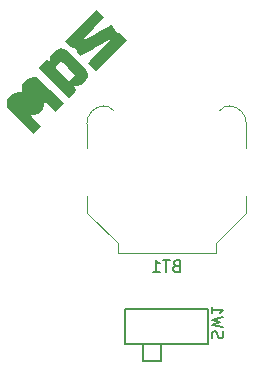
<source format=gbr>
%TF.GenerationSoftware,KiCad,Pcbnew,(6.0.2-0)*%
%TF.CreationDate,2022-04-12T20:56:32+02:00*%
%TF.ProjectId,Blinky,426c696e-6b79-42e6-9b69-6361645f7063,rev?*%
%TF.SameCoordinates,Original*%
%TF.FileFunction,Legend,Bot*%
%TF.FilePolarity,Positive*%
%FSLAX46Y46*%
G04 Gerber Fmt 4.6, Leading zero omitted, Abs format (unit mm)*
G04 Created by KiCad (PCBNEW (6.0.2-0)) date 2022-04-12 20:56:32*
%MOMM*%
%LPD*%
G01*
G04 APERTURE LIST*
%ADD10C,0.150000*%
%ADD11C,0.152400*%
%ADD12C,0.120000*%
G04 APERTURE END LIST*
D10*
%TO.C,SW1*%
X196905238Y-68055334D02*
X196857619Y-67912477D01*
X196857619Y-67674381D01*
X196905238Y-67579143D01*
X196952857Y-67531524D01*
X197048095Y-67483905D01*
X197143333Y-67483905D01*
X197238571Y-67531524D01*
X197286190Y-67579143D01*
X197333809Y-67674381D01*
X197381428Y-67864858D01*
X197429047Y-67960096D01*
X197476666Y-68007715D01*
X197571904Y-68055334D01*
X197667142Y-68055334D01*
X197762380Y-68007715D01*
X197810000Y-67960096D01*
X197857619Y-67864858D01*
X197857619Y-67626762D01*
X197810000Y-67483905D01*
X197857619Y-67150572D02*
X196857619Y-66912477D01*
X197571904Y-66722001D01*
X196857619Y-66531524D01*
X197857619Y-66293429D01*
X196857619Y-65388667D02*
X196857619Y-65960096D01*
X196857619Y-65674381D02*
X197857619Y-65674381D01*
X197714761Y-65769620D01*
X197619523Y-65864858D01*
X197571904Y-65960096D01*
%TO.C,BT1*%
X193835714Y-61918571D02*
X193692857Y-61966190D01*
X193645238Y-62013809D01*
X193597619Y-62109047D01*
X193597619Y-62251904D01*
X193645238Y-62347142D01*
X193692857Y-62394761D01*
X193788095Y-62442380D01*
X194169047Y-62442380D01*
X194169047Y-61442380D01*
X193835714Y-61442380D01*
X193740476Y-61490000D01*
X193692857Y-61537619D01*
X193645238Y-61632857D01*
X193645238Y-61728095D01*
X193692857Y-61823333D01*
X193740476Y-61870952D01*
X193835714Y-61918571D01*
X194169047Y-61918571D01*
X193311904Y-61442380D02*
X192740476Y-61442380D01*
X193026190Y-62442380D02*
X193026190Y-61442380D01*
X191883333Y-62442380D02*
X192454761Y-62442380D01*
X192169047Y-62442380D02*
X192169047Y-61442380D01*
X192264285Y-61585238D01*
X192359523Y-61680476D01*
X192454761Y-61728095D01*
D11*
%TO.C,SW1*%
X189549999Y-65616401D02*
X196550001Y-65616401D01*
X196550001Y-65616401D02*
X196550001Y-68516401D01*
X196550001Y-68516401D02*
X189549999Y-68516401D01*
X189549999Y-68516401D02*
X189549999Y-65616401D01*
X191050000Y-70016400D02*
X192550000Y-70016400D01*
X192550000Y-70016400D02*
X192550000Y-68516401D01*
X192550000Y-68516401D02*
X191050000Y-68516401D01*
X191050000Y-68516401D02*
X191050000Y-70016400D01*
%TO.C,LG1*%
G36*
X187769843Y-40902789D02*
G01*
X186884748Y-41789717D01*
X186747757Y-41928085D01*
X186449506Y-42237534D01*
X186206248Y-42501321D01*
X186040119Y-42695049D01*
X185973257Y-42794320D01*
X185993752Y-42805062D01*
X186132351Y-42757937D01*
X186383567Y-42639230D01*
X186726972Y-42458862D01*
X187142139Y-42226748D01*
X187415047Y-42071125D01*
X187789260Y-41860712D01*
X188094296Y-41692817D01*
X188304219Y-41581647D01*
X188393096Y-41541410D01*
X188420243Y-41557472D01*
X188522686Y-41676746D01*
X188657336Y-41874195D01*
X188724268Y-41973916D01*
X188858719Y-42133534D01*
X188950023Y-42187082D01*
X189009700Y-42205724D01*
X189164673Y-42315278D01*
X189359888Y-42492834D01*
X189685631Y-42818577D01*
X187042613Y-45461595D01*
X186401375Y-44820357D01*
X186768673Y-44376729D01*
X186846596Y-44284593D01*
X187110342Y-43987454D01*
X187422989Y-43649784D01*
X187732469Y-43328227D01*
X188328968Y-42723354D01*
X187067516Y-43443850D01*
X186734655Y-43633052D01*
X186357656Y-43844864D01*
X186052965Y-44013203D01*
X185845548Y-44124311D01*
X185760369Y-44164422D01*
X185731733Y-44142701D01*
X185633169Y-44013690D01*
X185501495Y-43807189D01*
X185427002Y-43687786D01*
X185293580Y-43520809D01*
X185202582Y-43492854D01*
X185142000Y-43483222D01*
X184986947Y-43384164D01*
X184792560Y-43211542D01*
X184468273Y-42887255D01*
X187111291Y-40244237D01*
X187769843Y-40902789D01*
G37*
G36*
X183215616Y-47063378D02*
G01*
X184346955Y-48157253D01*
X183618702Y-48885505D01*
X182724285Y-47991088D01*
X182653529Y-48357577D01*
X182634662Y-48440784D01*
X182544866Y-48695772D01*
X182438002Y-48868839D01*
X182390703Y-48910932D01*
X182138679Y-49054267D01*
X181846951Y-49139246D01*
X181599154Y-49138940D01*
X181554350Y-49136351D01*
X181566224Y-49195616D01*
X181686922Y-49343144D01*
X181925243Y-49591137D01*
X182417330Y-50086877D01*
X181756576Y-50747632D01*
X179532236Y-48523291D01*
X179532821Y-48172707D01*
X179580294Y-47884836D01*
X179765072Y-47570383D01*
X180060942Y-47349665D01*
X180437547Y-47253532D01*
X180793724Y-47232906D01*
X180794286Y-46896793D01*
X180845165Y-46606461D01*
X181033941Y-46300450D01*
X181333506Y-46085376D01*
X181713544Y-45991110D01*
X182084278Y-45969503D01*
X183215616Y-47063378D01*
G37*
G36*
X184378628Y-43580264D02*
G01*
X184667239Y-43757795D01*
X185019224Y-44054117D01*
X185456062Y-44475730D01*
X185789400Y-44814773D01*
X186010545Y-45056821D01*
X186061825Y-45112947D01*
X186239952Y-45346394D01*
X186340311Y-45541093D01*
X186379433Y-45723021D01*
X186373847Y-45918159D01*
X186372954Y-45925921D01*
X186265658Y-46205511D01*
X186046351Y-46464290D01*
X185767437Y-46654651D01*
X185481320Y-46728988D01*
X185186930Y-46729480D01*
X185333879Y-46876429D01*
X185336790Y-46879345D01*
X185408461Y-46968179D01*
X185407416Y-47055416D01*
X185316966Y-47180728D01*
X185120417Y-47383790D01*
X184760006Y-47744202D01*
X182185666Y-45169862D01*
X182263847Y-45091681D01*
X183687689Y-45091681D01*
X183696969Y-45178913D01*
X183772479Y-45295795D01*
X183932371Y-45472039D01*
X184194800Y-45737349D01*
X184762408Y-46304958D01*
X185303026Y-45764340D01*
X184738311Y-45199625D01*
X184504810Y-44969012D01*
X184314625Y-44795246D01*
X184188009Y-44708522D01*
X184096028Y-44689792D01*
X184009749Y-44720009D01*
X183889812Y-44807425D01*
X183736546Y-44987423D01*
X183726483Y-45004394D01*
X183687689Y-45091681D01*
X182263847Y-45091681D01*
X182546078Y-44809451D01*
X182553224Y-44802306D01*
X182753551Y-44608977D01*
X182877247Y-44521275D01*
X182963985Y-44522510D01*
X183053439Y-44595989D01*
X183200388Y-44742938D01*
X183200880Y-44448548D01*
X183208519Y-44328045D01*
X183286795Y-44107795D01*
X183478360Y-43877169D01*
X183678243Y-43695399D01*
X183905609Y-43555566D01*
X184131912Y-43515021D01*
X184378628Y-43580264D01*
G37*
D12*
%TO.C,BT1*%
X199800000Y-57440000D02*
X199800000Y-55990000D01*
X186300000Y-57440000D02*
X188900000Y-60040000D01*
X197200000Y-60840000D02*
X197200000Y-60040000D01*
X188900000Y-60040000D02*
X188900000Y-60840000D01*
X186300000Y-51990000D02*
X186300000Y-49890000D01*
X186300000Y-55990000D02*
X186300000Y-57440000D01*
X197200000Y-60040000D02*
X199800000Y-57440000D01*
X188900000Y-60840000D02*
X197200000Y-60840000D01*
X199800000Y-51990000D02*
X199800000Y-49890000D01*
X198464615Y-48405840D02*
G75*
G03*
X197550000Y-48790000I-124615J-984161D01*
G01*
X199800000Y-49940000D02*
G75*
G03*
X198350000Y-48390000I-1499999J50001D01*
G01*
X187750000Y-48390000D02*
G75*
G03*
X186300000Y-49940000I49999J-1499999D01*
G01*
X188550000Y-48790000D02*
G75*
G03*
X187635385Y-48405840I-790000J-600001D01*
G01*
%TD*%
M02*

</source>
